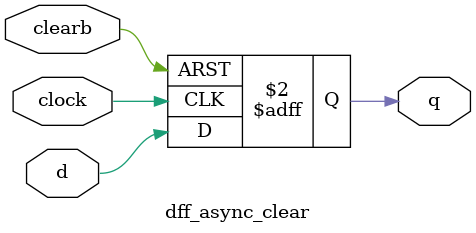
<source format=v>
module dff_async_clear(d,clearb, clock, q);
	input d, clearb, clock;
	output q;
	reg q;
	
	always @(negedge clock or negedge clearb)
		begin
			if(clearb)
				q = d;
			else
				q = 1'b0;
		end
endmodule
</source>
